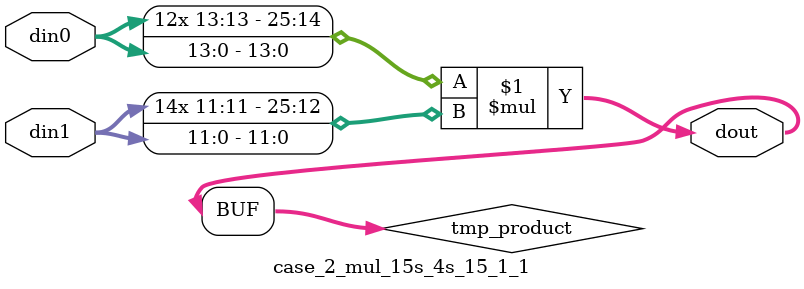
<source format=v>

`timescale 1 ns / 1 ps

 module case_2_mul_15s_4s_15_1_1(din0, din1, dout);
parameter ID = 1;
parameter NUM_STAGE = 0;
parameter din0_WIDTH = 14;
parameter din1_WIDTH = 12;
parameter dout_WIDTH = 26;

input [din0_WIDTH - 1 : 0] din0; 
input [din1_WIDTH - 1 : 0] din1; 
output [dout_WIDTH - 1 : 0] dout;

wire signed [dout_WIDTH - 1 : 0] tmp_product;



























assign tmp_product = $signed(din0) * $signed(din1);








assign dout = tmp_product;





















endmodule

</source>
